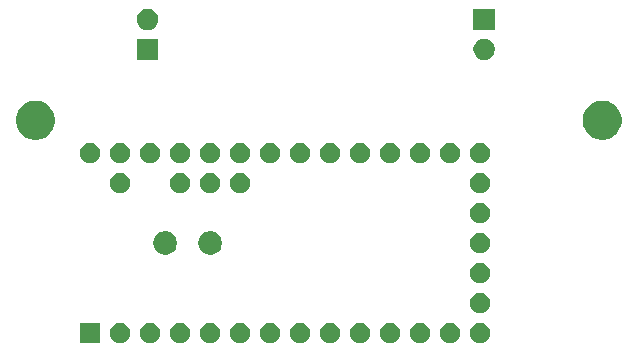
<source format=gbr>
G04 #@! TF.GenerationSoftware,KiCad,Pcbnew,(5.1.5)-2*
G04 #@! TF.CreationDate,2019-12-03T22:48:31+10:00*
G04 #@! TF.ProjectId,teensy-carrier,7465656e-7379-42d6-9361-72726965722e,rev?*
G04 #@! TF.SameCoordinates,Original*
G04 #@! TF.FileFunction,Soldermask,Bot*
G04 #@! TF.FilePolarity,Negative*
%FSLAX46Y46*%
G04 Gerber Fmt 4.6, Leading zero omitted, Abs format (unit mm)*
G04 Created by KiCad (PCBNEW (5.1.5)-2) date 2019-12-03 22:48:31*
%MOMM*%
%LPD*%
G04 APERTURE LIST*
%ADD10C,0.100000*%
G04 APERTURE END LIST*
D10*
G36*
X698748228Y-396691703D02*
G01*
X698903100Y-396755853D01*
X699042481Y-396848985D01*
X699161015Y-396967519D01*
X699254147Y-397106900D01*
X699318297Y-397261772D01*
X699351000Y-397426184D01*
X699351000Y-397593816D01*
X699318297Y-397758228D01*
X699254147Y-397913100D01*
X699161015Y-398052481D01*
X699042481Y-398171015D01*
X698903100Y-398264147D01*
X698748228Y-398328297D01*
X698583816Y-398361000D01*
X698416184Y-398361000D01*
X698251772Y-398328297D01*
X698096900Y-398264147D01*
X697957519Y-398171015D01*
X697838985Y-398052481D01*
X697745853Y-397913100D01*
X697681703Y-397758228D01*
X697649000Y-397593816D01*
X697649000Y-397426184D01*
X697681703Y-397261772D01*
X697745853Y-397106900D01*
X697838985Y-396967519D01*
X697957519Y-396848985D01*
X698096900Y-396755853D01*
X698251772Y-396691703D01*
X698416184Y-396659000D01*
X698583816Y-396659000D01*
X698748228Y-396691703D01*
G37*
G36*
X706368228Y-396691703D02*
G01*
X706523100Y-396755853D01*
X706662481Y-396848985D01*
X706781015Y-396967519D01*
X706874147Y-397106900D01*
X706938297Y-397261772D01*
X706971000Y-397426184D01*
X706971000Y-397593816D01*
X706938297Y-397758228D01*
X706874147Y-397913100D01*
X706781015Y-398052481D01*
X706662481Y-398171015D01*
X706523100Y-398264147D01*
X706368228Y-398328297D01*
X706203816Y-398361000D01*
X706036184Y-398361000D01*
X705871772Y-398328297D01*
X705716900Y-398264147D01*
X705577519Y-398171015D01*
X705458985Y-398052481D01*
X705365853Y-397913100D01*
X705301703Y-397758228D01*
X705269000Y-397593816D01*
X705269000Y-397426184D01*
X705301703Y-397261772D01*
X705365853Y-397106900D01*
X705458985Y-396967519D01*
X705577519Y-396848985D01*
X705716900Y-396755853D01*
X705871772Y-396691703D01*
X706036184Y-396659000D01*
X706203816Y-396659000D01*
X706368228Y-396691703D01*
G37*
G36*
X703828228Y-396691703D02*
G01*
X703983100Y-396755853D01*
X704122481Y-396848985D01*
X704241015Y-396967519D01*
X704334147Y-397106900D01*
X704398297Y-397261772D01*
X704431000Y-397426184D01*
X704431000Y-397593816D01*
X704398297Y-397758228D01*
X704334147Y-397913100D01*
X704241015Y-398052481D01*
X704122481Y-398171015D01*
X703983100Y-398264147D01*
X703828228Y-398328297D01*
X703663816Y-398361000D01*
X703496184Y-398361000D01*
X703331772Y-398328297D01*
X703176900Y-398264147D01*
X703037519Y-398171015D01*
X702918985Y-398052481D01*
X702825853Y-397913100D01*
X702761703Y-397758228D01*
X702729000Y-397593816D01*
X702729000Y-397426184D01*
X702761703Y-397261772D01*
X702825853Y-397106900D01*
X702918985Y-396967519D01*
X703037519Y-396848985D01*
X703176900Y-396755853D01*
X703331772Y-396691703D01*
X703496184Y-396659000D01*
X703663816Y-396659000D01*
X703828228Y-396691703D01*
G37*
G36*
X701288228Y-396691703D02*
G01*
X701443100Y-396755853D01*
X701582481Y-396848985D01*
X701701015Y-396967519D01*
X701794147Y-397106900D01*
X701858297Y-397261772D01*
X701891000Y-397426184D01*
X701891000Y-397593816D01*
X701858297Y-397758228D01*
X701794147Y-397913100D01*
X701701015Y-398052481D01*
X701582481Y-398171015D01*
X701443100Y-398264147D01*
X701288228Y-398328297D01*
X701123816Y-398361000D01*
X700956184Y-398361000D01*
X700791772Y-398328297D01*
X700636900Y-398264147D01*
X700497519Y-398171015D01*
X700378985Y-398052481D01*
X700285853Y-397913100D01*
X700221703Y-397758228D01*
X700189000Y-397593816D01*
X700189000Y-397426184D01*
X700221703Y-397261772D01*
X700285853Y-397106900D01*
X700378985Y-396967519D01*
X700497519Y-396848985D01*
X700636900Y-396755853D01*
X700791772Y-396691703D01*
X700956184Y-396659000D01*
X701123816Y-396659000D01*
X701288228Y-396691703D01*
G37*
G36*
X696208228Y-396691703D02*
G01*
X696363100Y-396755853D01*
X696502481Y-396848985D01*
X696621015Y-396967519D01*
X696714147Y-397106900D01*
X696778297Y-397261772D01*
X696811000Y-397426184D01*
X696811000Y-397593816D01*
X696778297Y-397758228D01*
X696714147Y-397913100D01*
X696621015Y-398052481D01*
X696502481Y-398171015D01*
X696363100Y-398264147D01*
X696208228Y-398328297D01*
X696043816Y-398361000D01*
X695876184Y-398361000D01*
X695711772Y-398328297D01*
X695556900Y-398264147D01*
X695417519Y-398171015D01*
X695298985Y-398052481D01*
X695205853Y-397913100D01*
X695141703Y-397758228D01*
X695109000Y-397593816D01*
X695109000Y-397426184D01*
X695141703Y-397261772D01*
X695205853Y-397106900D01*
X695298985Y-396967519D01*
X695417519Y-396848985D01*
X695556900Y-396755853D01*
X695711772Y-396691703D01*
X695876184Y-396659000D01*
X696043816Y-396659000D01*
X696208228Y-396691703D01*
G37*
G36*
X693668228Y-396691703D02*
G01*
X693823100Y-396755853D01*
X693962481Y-396848985D01*
X694081015Y-396967519D01*
X694174147Y-397106900D01*
X694238297Y-397261772D01*
X694271000Y-397426184D01*
X694271000Y-397593816D01*
X694238297Y-397758228D01*
X694174147Y-397913100D01*
X694081015Y-398052481D01*
X693962481Y-398171015D01*
X693823100Y-398264147D01*
X693668228Y-398328297D01*
X693503816Y-398361000D01*
X693336184Y-398361000D01*
X693171772Y-398328297D01*
X693016900Y-398264147D01*
X692877519Y-398171015D01*
X692758985Y-398052481D01*
X692665853Y-397913100D01*
X692601703Y-397758228D01*
X692569000Y-397593816D01*
X692569000Y-397426184D01*
X692601703Y-397261772D01*
X692665853Y-397106900D01*
X692758985Y-396967519D01*
X692877519Y-396848985D01*
X693016900Y-396755853D01*
X693171772Y-396691703D01*
X693336184Y-396659000D01*
X693503816Y-396659000D01*
X693668228Y-396691703D01*
G37*
G36*
X691128228Y-396691703D02*
G01*
X691283100Y-396755853D01*
X691422481Y-396848985D01*
X691541015Y-396967519D01*
X691634147Y-397106900D01*
X691698297Y-397261772D01*
X691731000Y-397426184D01*
X691731000Y-397593816D01*
X691698297Y-397758228D01*
X691634147Y-397913100D01*
X691541015Y-398052481D01*
X691422481Y-398171015D01*
X691283100Y-398264147D01*
X691128228Y-398328297D01*
X690963816Y-398361000D01*
X690796184Y-398361000D01*
X690631772Y-398328297D01*
X690476900Y-398264147D01*
X690337519Y-398171015D01*
X690218985Y-398052481D01*
X690125853Y-397913100D01*
X690061703Y-397758228D01*
X690029000Y-397593816D01*
X690029000Y-397426184D01*
X690061703Y-397261772D01*
X690125853Y-397106900D01*
X690218985Y-396967519D01*
X690337519Y-396848985D01*
X690476900Y-396755853D01*
X690631772Y-396691703D01*
X690796184Y-396659000D01*
X690963816Y-396659000D01*
X691128228Y-396691703D01*
G37*
G36*
X688588228Y-396691703D02*
G01*
X688743100Y-396755853D01*
X688882481Y-396848985D01*
X689001015Y-396967519D01*
X689094147Y-397106900D01*
X689158297Y-397261772D01*
X689191000Y-397426184D01*
X689191000Y-397593816D01*
X689158297Y-397758228D01*
X689094147Y-397913100D01*
X689001015Y-398052481D01*
X688882481Y-398171015D01*
X688743100Y-398264147D01*
X688588228Y-398328297D01*
X688423816Y-398361000D01*
X688256184Y-398361000D01*
X688091772Y-398328297D01*
X687936900Y-398264147D01*
X687797519Y-398171015D01*
X687678985Y-398052481D01*
X687585853Y-397913100D01*
X687521703Y-397758228D01*
X687489000Y-397593816D01*
X687489000Y-397426184D01*
X687521703Y-397261772D01*
X687585853Y-397106900D01*
X687678985Y-396967519D01*
X687797519Y-396848985D01*
X687936900Y-396755853D01*
X688091772Y-396691703D01*
X688256184Y-396659000D01*
X688423816Y-396659000D01*
X688588228Y-396691703D01*
G37*
G36*
X686048228Y-396691703D02*
G01*
X686203100Y-396755853D01*
X686342481Y-396848985D01*
X686461015Y-396967519D01*
X686554147Y-397106900D01*
X686618297Y-397261772D01*
X686651000Y-397426184D01*
X686651000Y-397593816D01*
X686618297Y-397758228D01*
X686554147Y-397913100D01*
X686461015Y-398052481D01*
X686342481Y-398171015D01*
X686203100Y-398264147D01*
X686048228Y-398328297D01*
X685883816Y-398361000D01*
X685716184Y-398361000D01*
X685551772Y-398328297D01*
X685396900Y-398264147D01*
X685257519Y-398171015D01*
X685138985Y-398052481D01*
X685045853Y-397913100D01*
X684981703Y-397758228D01*
X684949000Y-397593816D01*
X684949000Y-397426184D01*
X684981703Y-397261772D01*
X685045853Y-397106900D01*
X685138985Y-396967519D01*
X685257519Y-396848985D01*
X685396900Y-396755853D01*
X685551772Y-396691703D01*
X685716184Y-396659000D01*
X685883816Y-396659000D01*
X686048228Y-396691703D01*
G37*
G36*
X683508228Y-396691703D02*
G01*
X683663100Y-396755853D01*
X683802481Y-396848985D01*
X683921015Y-396967519D01*
X684014147Y-397106900D01*
X684078297Y-397261772D01*
X684111000Y-397426184D01*
X684111000Y-397593816D01*
X684078297Y-397758228D01*
X684014147Y-397913100D01*
X683921015Y-398052481D01*
X683802481Y-398171015D01*
X683663100Y-398264147D01*
X683508228Y-398328297D01*
X683343816Y-398361000D01*
X683176184Y-398361000D01*
X683011772Y-398328297D01*
X682856900Y-398264147D01*
X682717519Y-398171015D01*
X682598985Y-398052481D01*
X682505853Y-397913100D01*
X682441703Y-397758228D01*
X682409000Y-397593816D01*
X682409000Y-397426184D01*
X682441703Y-397261772D01*
X682505853Y-397106900D01*
X682598985Y-396967519D01*
X682717519Y-396848985D01*
X682856900Y-396755853D01*
X683011772Y-396691703D01*
X683176184Y-396659000D01*
X683343816Y-396659000D01*
X683508228Y-396691703D01*
G37*
G36*
X680968228Y-396691703D02*
G01*
X681123100Y-396755853D01*
X681262481Y-396848985D01*
X681381015Y-396967519D01*
X681474147Y-397106900D01*
X681538297Y-397261772D01*
X681571000Y-397426184D01*
X681571000Y-397593816D01*
X681538297Y-397758228D01*
X681474147Y-397913100D01*
X681381015Y-398052481D01*
X681262481Y-398171015D01*
X681123100Y-398264147D01*
X680968228Y-398328297D01*
X680803816Y-398361000D01*
X680636184Y-398361000D01*
X680471772Y-398328297D01*
X680316900Y-398264147D01*
X680177519Y-398171015D01*
X680058985Y-398052481D01*
X679965853Y-397913100D01*
X679901703Y-397758228D01*
X679869000Y-397593816D01*
X679869000Y-397426184D01*
X679901703Y-397261772D01*
X679965853Y-397106900D01*
X680058985Y-396967519D01*
X680177519Y-396848985D01*
X680316900Y-396755853D01*
X680471772Y-396691703D01*
X680636184Y-396659000D01*
X680803816Y-396659000D01*
X680968228Y-396691703D01*
G37*
G36*
X678428228Y-396691703D02*
G01*
X678583100Y-396755853D01*
X678722481Y-396848985D01*
X678841015Y-396967519D01*
X678934147Y-397106900D01*
X678998297Y-397261772D01*
X679031000Y-397426184D01*
X679031000Y-397593816D01*
X678998297Y-397758228D01*
X678934147Y-397913100D01*
X678841015Y-398052481D01*
X678722481Y-398171015D01*
X678583100Y-398264147D01*
X678428228Y-398328297D01*
X678263816Y-398361000D01*
X678096184Y-398361000D01*
X677931772Y-398328297D01*
X677776900Y-398264147D01*
X677637519Y-398171015D01*
X677518985Y-398052481D01*
X677425853Y-397913100D01*
X677361703Y-397758228D01*
X677329000Y-397593816D01*
X677329000Y-397426184D01*
X677361703Y-397261772D01*
X677425853Y-397106900D01*
X677518985Y-396967519D01*
X677637519Y-396848985D01*
X677776900Y-396755853D01*
X677931772Y-396691703D01*
X678096184Y-396659000D01*
X678263816Y-396659000D01*
X678428228Y-396691703D01*
G37*
G36*
X676491000Y-398361000D02*
G01*
X674789000Y-398361000D01*
X674789000Y-396659000D01*
X676491000Y-396659000D01*
X676491000Y-398361000D01*
G37*
G36*
X708908228Y-396691703D02*
G01*
X709063100Y-396755853D01*
X709202481Y-396848985D01*
X709321015Y-396967519D01*
X709414147Y-397106900D01*
X709478297Y-397261772D01*
X709511000Y-397426184D01*
X709511000Y-397593816D01*
X709478297Y-397758228D01*
X709414147Y-397913100D01*
X709321015Y-398052481D01*
X709202481Y-398171015D01*
X709063100Y-398264147D01*
X708908228Y-398328297D01*
X708743816Y-398361000D01*
X708576184Y-398361000D01*
X708411772Y-398328297D01*
X708256900Y-398264147D01*
X708117519Y-398171015D01*
X707998985Y-398052481D01*
X707905853Y-397913100D01*
X707841703Y-397758228D01*
X707809000Y-397593816D01*
X707809000Y-397426184D01*
X707841703Y-397261772D01*
X707905853Y-397106900D01*
X707998985Y-396967519D01*
X708117519Y-396848985D01*
X708256900Y-396755853D01*
X708411772Y-396691703D01*
X708576184Y-396659000D01*
X708743816Y-396659000D01*
X708908228Y-396691703D01*
G37*
G36*
X708908228Y-394151703D02*
G01*
X709063100Y-394215853D01*
X709202481Y-394308985D01*
X709321015Y-394427519D01*
X709414147Y-394566900D01*
X709478297Y-394721772D01*
X709511000Y-394886184D01*
X709511000Y-395053816D01*
X709478297Y-395218228D01*
X709414147Y-395373100D01*
X709321015Y-395512481D01*
X709202481Y-395631015D01*
X709063100Y-395724147D01*
X708908228Y-395788297D01*
X708743816Y-395821000D01*
X708576184Y-395821000D01*
X708411772Y-395788297D01*
X708256900Y-395724147D01*
X708117519Y-395631015D01*
X707998985Y-395512481D01*
X707905853Y-395373100D01*
X707841703Y-395218228D01*
X707809000Y-395053816D01*
X707809000Y-394886184D01*
X707841703Y-394721772D01*
X707905853Y-394566900D01*
X707998985Y-394427519D01*
X708117519Y-394308985D01*
X708256900Y-394215853D01*
X708411772Y-394151703D01*
X708576184Y-394119000D01*
X708743816Y-394119000D01*
X708908228Y-394151703D01*
G37*
G36*
X708908228Y-391611703D02*
G01*
X709063100Y-391675853D01*
X709202481Y-391768985D01*
X709321015Y-391887519D01*
X709414147Y-392026900D01*
X709478297Y-392181772D01*
X709511000Y-392346184D01*
X709511000Y-392513816D01*
X709478297Y-392678228D01*
X709414147Y-392833100D01*
X709321015Y-392972481D01*
X709202481Y-393091015D01*
X709063100Y-393184147D01*
X708908228Y-393248297D01*
X708743816Y-393281000D01*
X708576184Y-393281000D01*
X708411772Y-393248297D01*
X708256900Y-393184147D01*
X708117519Y-393091015D01*
X707998985Y-392972481D01*
X707905853Y-392833100D01*
X707841703Y-392678228D01*
X707809000Y-392513816D01*
X707809000Y-392346184D01*
X707841703Y-392181772D01*
X707905853Y-392026900D01*
X707998985Y-391887519D01*
X708117519Y-391768985D01*
X708256900Y-391675853D01*
X708411772Y-391611703D01*
X708576184Y-391579000D01*
X708743816Y-391579000D01*
X708908228Y-391611703D01*
G37*
G36*
X685995285Y-388908234D02*
G01*
X686091981Y-388927468D01*
X686274151Y-389002926D01*
X686438100Y-389112473D01*
X686577527Y-389251900D01*
X686687074Y-389415849D01*
X686762532Y-389598019D01*
X686801000Y-389791410D01*
X686801000Y-389988590D01*
X686762532Y-390181981D01*
X686687074Y-390364151D01*
X686577527Y-390528100D01*
X686438100Y-390667527D01*
X686274151Y-390777074D01*
X686091981Y-390852532D01*
X685995285Y-390871766D01*
X685898591Y-390891000D01*
X685701409Y-390891000D01*
X685508019Y-390852532D01*
X685325849Y-390777074D01*
X685161900Y-390667527D01*
X685022473Y-390528100D01*
X684912926Y-390364151D01*
X684837468Y-390181981D01*
X684799000Y-389988590D01*
X684799000Y-389791410D01*
X684837468Y-389598019D01*
X684912926Y-389415849D01*
X685022473Y-389251900D01*
X685161900Y-389112473D01*
X685325849Y-389002926D01*
X685508019Y-388927468D01*
X685604715Y-388908234D01*
X685701409Y-388889000D01*
X685898591Y-388889000D01*
X685995285Y-388908234D01*
G37*
G36*
X682185285Y-388908234D02*
G01*
X682281981Y-388927468D01*
X682464151Y-389002926D01*
X682628100Y-389112473D01*
X682767527Y-389251900D01*
X682877074Y-389415849D01*
X682952532Y-389598019D01*
X682991000Y-389791410D01*
X682991000Y-389988590D01*
X682952532Y-390181981D01*
X682877074Y-390364151D01*
X682767527Y-390528100D01*
X682628100Y-390667527D01*
X682464151Y-390777074D01*
X682281981Y-390852532D01*
X682185285Y-390871766D01*
X682088591Y-390891000D01*
X681891409Y-390891000D01*
X681698019Y-390852532D01*
X681515849Y-390777074D01*
X681351900Y-390667527D01*
X681212473Y-390528100D01*
X681102926Y-390364151D01*
X681027468Y-390181981D01*
X680989000Y-389988590D01*
X680989000Y-389791410D01*
X681027468Y-389598019D01*
X681102926Y-389415849D01*
X681212473Y-389251900D01*
X681351900Y-389112473D01*
X681515849Y-389002926D01*
X681698019Y-388927468D01*
X681794715Y-388908234D01*
X681891409Y-388889000D01*
X682088591Y-388889000D01*
X682185285Y-388908234D01*
G37*
G36*
X708908228Y-389071703D02*
G01*
X709063100Y-389135853D01*
X709202481Y-389228985D01*
X709321015Y-389347519D01*
X709414147Y-389486900D01*
X709478297Y-389641772D01*
X709511000Y-389806184D01*
X709511000Y-389973816D01*
X709478297Y-390138228D01*
X709414147Y-390293100D01*
X709321015Y-390432481D01*
X709202481Y-390551015D01*
X709063100Y-390644147D01*
X708908228Y-390708297D01*
X708743816Y-390741000D01*
X708576184Y-390741000D01*
X708411772Y-390708297D01*
X708256900Y-390644147D01*
X708117519Y-390551015D01*
X707998985Y-390432481D01*
X707905853Y-390293100D01*
X707841703Y-390138228D01*
X707809000Y-389973816D01*
X707809000Y-389806184D01*
X707841703Y-389641772D01*
X707905853Y-389486900D01*
X707998985Y-389347519D01*
X708117519Y-389228985D01*
X708256900Y-389135853D01*
X708411772Y-389071703D01*
X708576184Y-389039000D01*
X708743816Y-389039000D01*
X708908228Y-389071703D01*
G37*
G36*
X708908228Y-386531703D02*
G01*
X709063100Y-386595853D01*
X709202481Y-386688985D01*
X709321015Y-386807519D01*
X709414147Y-386946900D01*
X709478297Y-387101772D01*
X709511000Y-387266184D01*
X709511000Y-387433816D01*
X709478297Y-387598228D01*
X709414147Y-387753100D01*
X709321015Y-387892481D01*
X709202481Y-388011015D01*
X709063100Y-388104147D01*
X708908228Y-388168297D01*
X708743816Y-388201000D01*
X708576184Y-388201000D01*
X708411772Y-388168297D01*
X708256900Y-388104147D01*
X708117519Y-388011015D01*
X707998985Y-387892481D01*
X707905853Y-387753100D01*
X707841703Y-387598228D01*
X707809000Y-387433816D01*
X707809000Y-387266184D01*
X707841703Y-387101772D01*
X707905853Y-386946900D01*
X707998985Y-386807519D01*
X708117519Y-386688985D01*
X708256900Y-386595853D01*
X708411772Y-386531703D01*
X708576184Y-386499000D01*
X708743816Y-386499000D01*
X708908228Y-386531703D01*
G37*
G36*
X686048228Y-383991703D02*
G01*
X686203100Y-384055853D01*
X686342481Y-384148985D01*
X686461015Y-384267519D01*
X686554147Y-384406900D01*
X686618297Y-384561772D01*
X686651000Y-384726184D01*
X686651000Y-384893816D01*
X686618297Y-385058228D01*
X686554147Y-385213100D01*
X686461015Y-385352481D01*
X686342481Y-385471015D01*
X686203100Y-385564147D01*
X686048228Y-385628297D01*
X685883816Y-385661000D01*
X685716184Y-385661000D01*
X685551772Y-385628297D01*
X685396900Y-385564147D01*
X685257519Y-385471015D01*
X685138985Y-385352481D01*
X685045853Y-385213100D01*
X684981703Y-385058228D01*
X684949000Y-384893816D01*
X684949000Y-384726184D01*
X684981703Y-384561772D01*
X685045853Y-384406900D01*
X685138985Y-384267519D01*
X685257519Y-384148985D01*
X685396900Y-384055853D01*
X685551772Y-383991703D01*
X685716184Y-383959000D01*
X685883816Y-383959000D01*
X686048228Y-383991703D01*
G37*
G36*
X678428228Y-383991703D02*
G01*
X678583100Y-384055853D01*
X678722481Y-384148985D01*
X678841015Y-384267519D01*
X678934147Y-384406900D01*
X678998297Y-384561772D01*
X679031000Y-384726184D01*
X679031000Y-384893816D01*
X678998297Y-385058228D01*
X678934147Y-385213100D01*
X678841015Y-385352481D01*
X678722481Y-385471015D01*
X678583100Y-385564147D01*
X678428228Y-385628297D01*
X678263816Y-385661000D01*
X678096184Y-385661000D01*
X677931772Y-385628297D01*
X677776900Y-385564147D01*
X677637519Y-385471015D01*
X677518985Y-385352481D01*
X677425853Y-385213100D01*
X677361703Y-385058228D01*
X677329000Y-384893816D01*
X677329000Y-384726184D01*
X677361703Y-384561772D01*
X677425853Y-384406900D01*
X677518985Y-384267519D01*
X677637519Y-384148985D01*
X677776900Y-384055853D01*
X677931772Y-383991703D01*
X678096184Y-383959000D01*
X678263816Y-383959000D01*
X678428228Y-383991703D01*
G37*
G36*
X683508228Y-383991703D02*
G01*
X683663100Y-384055853D01*
X683802481Y-384148985D01*
X683921015Y-384267519D01*
X684014147Y-384406900D01*
X684078297Y-384561772D01*
X684111000Y-384726184D01*
X684111000Y-384893816D01*
X684078297Y-385058228D01*
X684014147Y-385213100D01*
X683921015Y-385352481D01*
X683802481Y-385471015D01*
X683663100Y-385564147D01*
X683508228Y-385628297D01*
X683343816Y-385661000D01*
X683176184Y-385661000D01*
X683011772Y-385628297D01*
X682856900Y-385564147D01*
X682717519Y-385471015D01*
X682598985Y-385352481D01*
X682505853Y-385213100D01*
X682441703Y-385058228D01*
X682409000Y-384893816D01*
X682409000Y-384726184D01*
X682441703Y-384561772D01*
X682505853Y-384406900D01*
X682598985Y-384267519D01*
X682717519Y-384148985D01*
X682856900Y-384055853D01*
X683011772Y-383991703D01*
X683176184Y-383959000D01*
X683343816Y-383959000D01*
X683508228Y-383991703D01*
G37*
G36*
X708908228Y-383991703D02*
G01*
X709063100Y-384055853D01*
X709202481Y-384148985D01*
X709321015Y-384267519D01*
X709414147Y-384406900D01*
X709478297Y-384561772D01*
X709511000Y-384726184D01*
X709511000Y-384893816D01*
X709478297Y-385058228D01*
X709414147Y-385213100D01*
X709321015Y-385352481D01*
X709202481Y-385471015D01*
X709063100Y-385564147D01*
X708908228Y-385628297D01*
X708743816Y-385661000D01*
X708576184Y-385661000D01*
X708411772Y-385628297D01*
X708256900Y-385564147D01*
X708117519Y-385471015D01*
X707998985Y-385352481D01*
X707905853Y-385213100D01*
X707841703Y-385058228D01*
X707809000Y-384893816D01*
X707809000Y-384726184D01*
X707841703Y-384561772D01*
X707905853Y-384406900D01*
X707998985Y-384267519D01*
X708117519Y-384148985D01*
X708256900Y-384055853D01*
X708411772Y-383991703D01*
X708576184Y-383959000D01*
X708743816Y-383959000D01*
X708908228Y-383991703D01*
G37*
G36*
X688588228Y-383991703D02*
G01*
X688743100Y-384055853D01*
X688882481Y-384148985D01*
X689001015Y-384267519D01*
X689094147Y-384406900D01*
X689158297Y-384561772D01*
X689191000Y-384726184D01*
X689191000Y-384893816D01*
X689158297Y-385058228D01*
X689094147Y-385213100D01*
X689001015Y-385352481D01*
X688882481Y-385471015D01*
X688743100Y-385564147D01*
X688588228Y-385628297D01*
X688423816Y-385661000D01*
X688256184Y-385661000D01*
X688091772Y-385628297D01*
X687936900Y-385564147D01*
X687797519Y-385471015D01*
X687678985Y-385352481D01*
X687585853Y-385213100D01*
X687521703Y-385058228D01*
X687489000Y-384893816D01*
X687489000Y-384726184D01*
X687521703Y-384561772D01*
X687585853Y-384406900D01*
X687678985Y-384267519D01*
X687797519Y-384148985D01*
X687936900Y-384055853D01*
X688091772Y-383991703D01*
X688256184Y-383959000D01*
X688423816Y-383959000D01*
X688588228Y-383991703D01*
G37*
G36*
X696208228Y-381451703D02*
G01*
X696363100Y-381515853D01*
X696502481Y-381608985D01*
X696621015Y-381727519D01*
X696714147Y-381866900D01*
X696778297Y-382021772D01*
X696811000Y-382186184D01*
X696811000Y-382353816D01*
X696778297Y-382518228D01*
X696714147Y-382673100D01*
X696621015Y-382812481D01*
X696502481Y-382931015D01*
X696363100Y-383024147D01*
X696208228Y-383088297D01*
X696043816Y-383121000D01*
X695876184Y-383121000D01*
X695711772Y-383088297D01*
X695556900Y-383024147D01*
X695417519Y-382931015D01*
X695298985Y-382812481D01*
X695205853Y-382673100D01*
X695141703Y-382518228D01*
X695109000Y-382353816D01*
X695109000Y-382186184D01*
X695141703Y-382021772D01*
X695205853Y-381866900D01*
X695298985Y-381727519D01*
X695417519Y-381608985D01*
X695556900Y-381515853D01*
X695711772Y-381451703D01*
X695876184Y-381419000D01*
X696043816Y-381419000D01*
X696208228Y-381451703D01*
G37*
G36*
X706368228Y-381451703D02*
G01*
X706523100Y-381515853D01*
X706662481Y-381608985D01*
X706781015Y-381727519D01*
X706874147Y-381866900D01*
X706938297Y-382021772D01*
X706971000Y-382186184D01*
X706971000Y-382353816D01*
X706938297Y-382518228D01*
X706874147Y-382673100D01*
X706781015Y-382812481D01*
X706662481Y-382931015D01*
X706523100Y-383024147D01*
X706368228Y-383088297D01*
X706203816Y-383121000D01*
X706036184Y-383121000D01*
X705871772Y-383088297D01*
X705716900Y-383024147D01*
X705577519Y-382931015D01*
X705458985Y-382812481D01*
X705365853Y-382673100D01*
X705301703Y-382518228D01*
X705269000Y-382353816D01*
X705269000Y-382186184D01*
X705301703Y-382021772D01*
X705365853Y-381866900D01*
X705458985Y-381727519D01*
X705577519Y-381608985D01*
X705716900Y-381515853D01*
X705871772Y-381451703D01*
X706036184Y-381419000D01*
X706203816Y-381419000D01*
X706368228Y-381451703D01*
G37*
G36*
X708908228Y-381451703D02*
G01*
X709063100Y-381515853D01*
X709202481Y-381608985D01*
X709321015Y-381727519D01*
X709414147Y-381866900D01*
X709478297Y-382021772D01*
X709511000Y-382186184D01*
X709511000Y-382353816D01*
X709478297Y-382518228D01*
X709414147Y-382673100D01*
X709321015Y-382812481D01*
X709202481Y-382931015D01*
X709063100Y-383024147D01*
X708908228Y-383088297D01*
X708743816Y-383121000D01*
X708576184Y-383121000D01*
X708411772Y-383088297D01*
X708256900Y-383024147D01*
X708117519Y-382931015D01*
X707998985Y-382812481D01*
X707905853Y-382673100D01*
X707841703Y-382518228D01*
X707809000Y-382353816D01*
X707809000Y-382186184D01*
X707841703Y-382021772D01*
X707905853Y-381866900D01*
X707998985Y-381727519D01*
X708117519Y-381608985D01*
X708256900Y-381515853D01*
X708411772Y-381451703D01*
X708576184Y-381419000D01*
X708743816Y-381419000D01*
X708908228Y-381451703D01*
G37*
G36*
X703828228Y-381451703D02*
G01*
X703983100Y-381515853D01*
X704122481Y-381608985D01*
X704241015Y-381727519D01*
X704334147Y-381866900D01*
X704398297Y-382021772D01*
X704431000Y-382186184D01*
X704431000Y-382353816D01*
X704398297Y-382518228D01*
X704334147Y-382673100D01*
X704241015Y-382812481D01*
X704122481Y-382931015D01*
X703983100Y-383024147D01*
X703828228Y-383088297D01*
X703663816Y-383121000D01*
X703496184Y-383121000D01*
X703331772Y-383088297D01*
X703176900Y-383024147D01*
X703037519Y-382931015D01*
X702918985Y-382812481D01*
X702825853Y-382673100D01*
X702761703Y-382518228D01*
X702729000Y-382353816D01*
X702729000Y-382186184D01*
X702761703Y-382021772D01*
X702825853Y-381866900D01*
X702918985Y-381727519D01*
X703037519Y-381608985D01*
X703176900Y-381515853D01*
X703331772Y-381451703D01*
X703496184Y-381419000D01*
X703663816Y-381419000D01*
X703828228Y-381451703D01*
G37*
G36*
X698748228Y-381451703D02*
G01*
X698903100Y-381515853D01*
X699042481Y-381608985D01*
X699161015Y-381727519D01*
X699254147Y-381866900D01*
X699318297Y-382021772D01*
X699351000Y-382186184D01*
X699351000Y-382353816D01*
X699318297Y-382518228D01*
X699254147Y-382673100D01*
X699161015Y-382812481D01*
X699042481Y-382931015D01*
X698903100Y-383024147D01*
X698748228Y-383088297D01*
X698583816Y-383121000D01*
X698416184Y-383121000D01*
X698251772Y-383088297D01*
X698096900Y-383024147D01*
X697957519Y-382931015D01*
X697838985Y-382812481D01*
X697745853Y-382673100D01*
X697681703Y-382518228D01*
X697649000Y-382353816D01*
X697649000Y-382186184D01*
X697681703Y-382021772D01*
X697745853Y-381866900D01*
X697838985Y-381727519D01*
X697957519Y-381608985D01*
X698096900Y-381515853D01*
X698251772Y-381451703D01*
X698416184Y-381419000D01*
X698583816Y-381419000D01*
X698748228Y-381451703D01*
G37*
G36*
X693668228Y-381451703D02*
G01*
X693823100Y-381515853D01*
X693962481Y-381608985D01*
X694081015Y-381727519D01*
X694174147Y-381866900D01*
X694238297Y-382021772D01*
X694271000Y-382186184D01*
X694271000Y-382353816D01*
X694238297Y-382518228D01*
X694174147Y-382673100D01*
X694081015Y-382812481D01*
X693962481Y-382931015D01*
X693823100Y-383024147D01*
X693668228Y-383088297D01*
X693503816Y-383121000D01*
X693336184Y-383121000D01*
X693171772Y-383088297D01*
X693016900Y-383024147D01*
X692877519Y-382931015D01*
X692758985Y-382812481D01*
X692665853Y-382673100D01*
X692601703Y-382518228D01*
X692569000Y-382353816D01*
X692569000Y-382186184D01*
X692601703Y-382021772D01*
X692665853Y-381866900D01*
X692758985Y-381727519D01*
X692877519Y-381608985D01*
X693016900Y-381515853D01*
X693171772Y-381451703D01*
X693336184Y-381419000D01*
X693503816Y-381419000D01*
X693668228Y-381451703D01*
G37*
G36*
X691128228Y-381451703D02*
G01*
X691283100Y-381515853D01*
X691422481Y-381608985D01*
X691541015Y-381727519D01*
X691634147Y-381866900D01*
X691698297Y-382021772D01*
X691731000Y-382186184D01*
X691731000Y-382353816D01*
X691698297Y-382518228D01*
X691634147Y-382673100D01*
X691541015Y-382812481D01*
X691422481Y-382931015D01*
X691283100Y-383024147D01*
X691128228Y-383088297D01*
X690963816Y-383121000D01*
X690796184Y-383121000D01*
X690631772Y-383088297D01*
X690476900Y-383024147D01*
X690337519Y-382931015D01*
X690218985Y-382812481D01*
X690125853Y-382673100D01*
X690061703Y-382518228D01*
X690029000Y-382353816D01*
X690029000Y-382186184D01*
X690061703Y-382021772D01*
X690125853Y-381866900D01*
X690218985Y-381727519D01*
X690337519Y-381608985D01*
X690476900Y-381515853D01*
X690631772Y-381451703D01*
X690796184Y-381419000D01*
X690963816Y-381419000D01*
X691128228Y-381451703D01*
G37*
G36*
X688588228Y-381451703D02*
G01*
X688743100Y-381515853D01*
X688882481Y-381608985D01*
X689001015Y-381727519D01*
X689094147Y-381866900D01*
X689158297Y-382021772D01*
X689191000Y-382186184D01*
X689191000Y-382353816D01*
X689158297Y-382518228D01*
X689094147Y-382673100D01*
X689001015Y-382812481D01*
X688882481Y-382931015D01*
X688743100Y-383024147D01*
X688588228Y-383088297D01*
X688423816Y-383121000D01*
X688256184Y-383121000D01*
X688091772Y-383088297D01*
X687936900Y-383024147D01*
X687797519Y-382931015D01*
X687678985Y-382812481D01*
X687585853Y-382673100D01*
X687521703Y-382518228D01*
X687489000Y-382353816D01*
X687489000Y-382186184D01*
X687521703Y-382021772D01*
X687585853Y-381866900D01*
X687678985Y-381727519D01*
X687797519Y-381608985D01*
X687936900Y-381515853D01*
X688091772Y-381451703D01*
X688256184Y-381419000D01*
X688423816Y-381419000D01*
X688588228Y-381451703D01*
G37*
G36*
X686048228Y-381451703D02*
G01*
X686203100Y-381515853D01*
X686342481Y-381608985D01*
X686461015Y-381727519D01*
X686554147Y-381866900D01*
X686618297Y-382021772D01*
X686651000Y-382186184D01*
X686651000Y-382353816D01*
X686618297Y-382518228D01*
X686554147Y-382673100D01*
X686461015Y-382812481D01*
X686342481Y-382931015D01*
X686203100Y-383024147D01*
X686048228Y-383088297D01*
X685883816Y-383121000D01*
X685716184Y-383121000D01*
X685551772Y-383088297D01*
X685396900Y-383024147D01*
X685257519Y-382931015D01*
X685138985Y-382812481D01*
X685045853Y-382673100D01*
X684981703Y-382518228D01*
X684949000Y-382353816D01*
X684949000Y-382186184D01*
X684981703Y-382021772D01*
X685045853Y-381866900D01*
X685138985Y-381727519D01*
X685257519Y-381608985D01*
X685396900Y-381515853D01*
X685551772Y-381451703D01*
X685716184Y-381419000D01*
X685883816Y-381419000D01*
X686048228Y-381451703D01*
G37*
G36*
X683508228Y-381451703D02*
G01*
X683663100Y-381515853D01*
X683802481Y-381608985D01*
X683921015Y-381727519D01*
X684014147Y-381866900D01*
X684078297Y-382021772D01*
X684111000Y-382186184D01*
X684111000Y-382353816D01*
X684078297Y-382518228D01*
X684014147Y-382673100D01*
X683921015Y-382812481D01*
X683802481Y-382931015D01*
X683663100Y-383024147D01*
X683508228Y-383088297D01*
X683343816Y-383121000D01*
X683176184Y-383121000D01*
X683011772Y-383088297D01*
X682856900Y-383024147D01*
X682717519Y-382931015D01*
X682598985Y-382812481D01*
X682505853Y-382673100D01*
X682441703Y-382518228D01*
X682409000Y-382353816D01*
X682409000Y-382186184D01*
X682441703Y-382021772D01*
X682505853Y-381866900D01*
X682598985Y-381727519D01*
X682717519Y-381608985D01*
X682856900Y-381515853D01*
X683011772Y-381451703D01*
X683176184Y-381419000D01*
X683343816Y-381419000D01*
X683508228Y-381451703D01*
G37*
G36*
X680968228Y-381451703D02*
G01*
X681123100Y-381515853D01*
X681262481Y-381608985D01*
X681381015Y-381727519D01*
X681474147Y-381866900D01*
X681538297Y-382021772D01*
X681571000Y-382186184D01*
X681571000Y-382353816D01*
X681538297Y-382518228D01*
X681474147Y-382673100D01*
X681381015Y-382812481D01*
X681262481Y-382931015D01*
X681123100Y-383024147D01*
X680968228Y-383088297D01*
X680803816Y-383121000D01*
X680636184Y-383121000D01*
X680471772Y-383088297D01*
X680316900Y-383024147D01*
X680177519Y-382931015D01*
X680058985Y-382812481D01*
X679965853Y-382673100D01*
X679901703Y-382518228D01*
X679869000Y-382353816D01*
X679869000Y-382186184D01*
X679901703Y-382021772D01*
X679965853Y-381866900D01*
X680058985Y-381727519D01*
X680177519Y-381608985D01*
X680316900Y-381515853D01*
X680471772Y-381451703D01*
X680636184Y-381419000D01*
X680803816Y-381419000D01*
X680968228Y-381451703D01*
G37*
G36*
X701288228Y-381451703D02*
G01*
X701443100Y-381515853D01*
X701582481Y-381608985D01*
X701701015Y-381727519D01*
X701794147Y-381866900D01*
X701858297Y-382021772D01*
X701891000Y-382186184D01*
X701891000Y-382353816D01*
X701858297Y-382518228D01*
X701794147Y-382673100D01*
X701701015Y-382812481D01*
X701582481Y-382931015D01*
X701443100Y-383024147D01*
X701288228Y-383088297D01*
X701123816Y-383121000D01*
X700956184Y-383121000D01*
X700791772Y-383088297D01*
X700636900Y-383024147D01*
X700497519Y-382931015D01*
X700378985Y-382812481D01*
X700285853Y-382673100D01*
X700221703Y-382518228D01*
X700189000Y-382353816D01*
X700189000Y-382186184D01*
X700221703Y-382021772D01*
X700285853Y-381866900D01*
X700378985Y-381727519D01*
X700497519Y-381608985D01*
X700636900Y-381515853D01*
X700791772Y-381451703D01*
X700956184Y-381419000D01*
X701123816Y-381419000D01*
X701288228Y-381451703D01*
G37*
G36*
X675888228Y-381451703D02*
G01*
X676043100Y-381515853D01*
X676182481Y-381608985D01*
X676301015Y-381727519D01*
X676394147Y-381866900D01*
X676458297Y-382021772D01*
X676491000Y-382186184D01*
X676491000Y-382353816D01*
X676458297Y-382518228D01*
X676394147Y-382673100D01*
X676301015Y-382812481D01*
X676182481Y-382931015D01*
X676043100Y-383024147D01*
X675888228Y-383088297D01*
X675723816Y-383121000D01*
X675556184Y-383121000D01*
X675391772Y-383088297D01*
X675236900Y-383024147D01*
X675097519Y-382931015D01*
X674978985Y-382812481D01*
X674885853Y-382673100D01*
X674821703Y-382518228D01*
X674789000Y-382353816D01*
X674789000Y-382186184D01*
X674821703Y-382021772D01*
X674885853Y-381866900D01*
X674978985Y-381727519D01*
X675097519Y-381608985D01*
X675236900Y-381515853D01*
X675391772Y-381451703D01*
X675556184Y-381419000D01*
X675723816Y-381419000D01*
X675888228Y-381451703D01*
G37*
G36*
X678428228Y-381451703D02*
G01*
X678583100Y-381515853D01*
X678722481Y-381608985D01*
X678841015Y-381727519D01*
X678934147Y-381866900D01*
X678998297Y-382021772D01*
X679031000Y-382186184D01*
X679031000Y-382353816D01*
X678998297Y-382518228D01*
X678934147Y-382673100D01*
X678841015Y-382812481D01*
X678722481Y-382931015D01*
X678583100Y-383024147D01*
X678428228Y-383088297D01*
X678263816Y-383121000D01*
X678096184Y-383121000D01*
X677931772Y-383088297D01*
X677776900Y-383024147D01*
X677637519Y-382931015D01*
X677518985Y-382812481D01*
X677425853Y-382673100D01*
X677361703Y-382518228D01*
X677329000Y-382353816D01*
X677329000Y-382186184D01*
X677361703Y-382021772D01*
X677425853Y-381866900D01*
X677518985Y-381727519D01*
X677637519Y-381608985D01*
X677776900Y-381515853D01*
X677931772Y-381451703D01*
X678096184Y-381419000D01*
X678263816Y-381419000D01*
X678428228Y-381451703D01*
G37*
G36*
X671375256Y-377891298D02*
G01*
X671481579Y-377912447D01*
X671782042Y-378036903D01*
X672052451Y-378217585D01*
X672282415Y-378447549D01*
X672463097Y-378717958D01*
X672587553Y-379018421D01*
X672651000Y-379337391D01*
X672651000Y-379662609D01*
X672587553Y-379981579D01*
X672463097Y-380282042D01*
X672282415Y-380552451D01*
X672052451Y-380782415D01*
X671782042Y-380963097D01*
X671481579Y-381087553D01*
X671375256Y-381108702D01*
X671162611Y-381151000D01*
X670837389Y-381151000D01*
X670624744Y-381108702D01*
X670518421Y-381087553D01*
X670217958Y-380963097D01*
X669947549Y-380782415D01*
X669717585Y-380552451D01*
X669536903Y-380282042D01*
X669412447Y-379981579D01*
X669349000Y-379662609D01*
X669349000Y-379337391D01*
X669412447Y-379018421D01*
X669536903Y-378717958D01*
X669717585Y-378447549D01*
X669947549Y-378217585D01*
X670217958Y-378036903D01*
X670518421Y-377912447D01*
X670624744Y-377891298D01*
X670837389Y-377849000D01*
X671162611Y-377849000D01*
X671375256Y-377891298D01*
G37*
G36*
X719375256Y-377891298D02*
G01*
X719481579Y-377912447D01*
X719782042Y-378036903D01*
X720052451Y-378217585D01*
X720282415Y-378447549D01*
X720463097Y-378717958D01*
X720587553Y-379018421D01*
X720651000Y-379337391D01*
X720651000Y-379662609D01*
X720587553Y-379981579D01*
X720463097Y-380282042D01*
X720282415Y-380552451D01*
X720052451Y-380782415D01*
X719782042Y-380963097D01*
X719481579Y-381087553D01*
X719375256Y-381108702D01*
X719162611Y-381151000D01*
X718837389Y-381151000D01*
X718624744Y-381108702D01*
X718518421Y-381087553D01*
X718217958Y-380963097D01*
X717947549Y-380782415D01*
X717717585Y-380552451D01*
X717536903Y-380282042D01*
X717412447Y-379981579D01*
X717349000Y-379662609D01*
X717349000Y-379337391D01*
X717412447Y-379018421D01*
X717536903Y-378717958D01*
X717717585Y-378447549D01*
X717947549Y-378217585D01*
X718217958Y-378036903D01*
X718518421Y-377912447D01*
X718624744Y-377891298D01*
X718837389Y-377849000D01*
X719162611Y-377849000D01*
X719375256Y-377891298D01*
G37*
G36*
X709113512Y-372603927D02*
G01*
X709262812Y-372633624D01*
X709426784Y-372701544D01*
X709574354Y-372800147D01*
X709699853Y-372925646D01*
X709798456Y-373073216D01*
X709866376Y-373237188D01*
X709901000Y-373411259D01*
X709901000Y-373588741D01*
X709866376Y-373762812D01*
X709798456Y-373926784D01*
X709699853Y-374074354D01*
X709574354Y-374199853D01*
X709426784Y-374298456D01*
X709262812Y-374366376D01*
X709113512Y-374396073D01*
X709088742Y-374401000D01*
X708911258Y-374401000D01*
X708886488Y-374396073D01*
X708737188Y-374366376D01*
X708573216Y-374298456D01*
X708425646Y-374199853D01*
X708300147Y-374074354D01*
X708201544Y-373926784D01*
X708133624Y-373762812D01*
X708099000Y-373588741D01*
X708099000Y-373411259D01*
X708133624Y-373237188D01*
X708201544Y-373073216D01*
X708300147Y-372925646D01*
X708425646Y-372800147D01*
X708573216Y-372701544D01*
X708737188Y-372633624D01*
X708886488Y-372603927D01*
X708911258Y-372599000D01*
X709088742Y-372599000D01*
X709113512Y-372603927D01*
G37*
G36*
X681401000Y-374401000D02*
G01*
X679599000Y-374401000D01*
X679599000Y-372599000D01*
X681401000Y-372599000D01*
X681401000Y-374401000D01*
G37*
G36*
X709901000Y-371861000D02*
G01*
X708099000Y-371861000D01*
X708099000Y-370059000D01*
X709901000Y-370059000D01*
X709901000Y-371861000D01*
G37*
G36*
X680613512Y-370063927D02*
G01*
X680762812Y-370093624D01*
X680926784Y-370161544D01*
X681074354Y-370260147D01*
X681199853Y-370385646D01*
X681298456Y-370533216D01*
X681366376Y-370697188D01*
X681401000Y-370871259D01*
X681401000Y-371048741D01*
X681366376Y-371222812D01*
X681298456Y-371386784D01*
X681199853Y-371534354D01*
X681074354Y-371659853D01*
X680926784Y-371758456D01*
X680762812Y-371826376D01*
X680613512Y-371856073D01*
X680588742Y-371861000D01*
X680411258Y-371861000D01*
X680386488Y-371856073D01*
X680237188Y-371826376D01*
X680073216Y-371758456D01*
X679925646Y-371659853D01*
X679800147Y-371534354D01*
X679701544Y-371386784D01*
X679633624Y-371222812D01*
X679599000Y-371048741D01*
X679599000Y-370871259D01*
X679633624Y-370697188D01*
X679701544Y-370533216D01*
X679800147Y-370385646D01*
X679925646Y-370260147D01*
X680073216Y-370161544D01*
X680237188Y-370093624D01*
X680386488Y-370063927D01*
X680411258Y-370059000D01*
X680588742Y-370059000D01*
X680613512Y-370063927D01*
G37*
M02*

</source>
